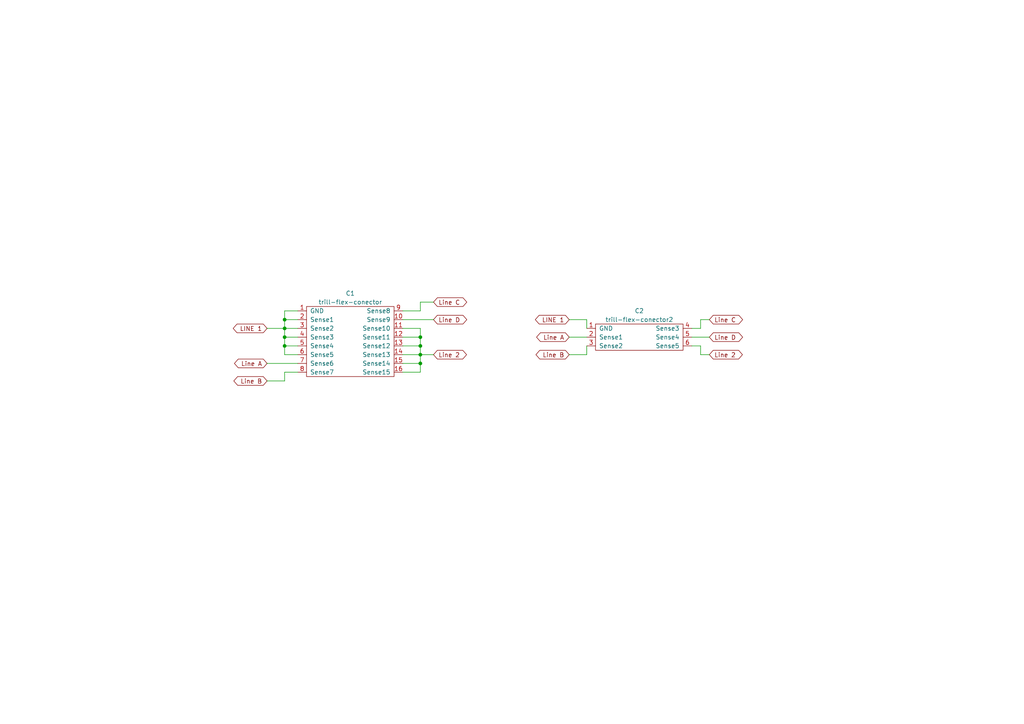
<source format=kicad_sch>
(kicad_sch (version 20230121) (generator eeschema)
  (paper "A4")
  (lib_symbols
    (symbol "trill-flex2:trill-flex-conector" (pin_names (offset 1.016))
      (property "Reference" "C" (at 0 0 0))
      (property "Value" "trill-flex-conector2" (at 0 2.54 0))
      (symbol "trill-flex-conector_0_1"
        (rectangle (start -12.7 -1.27) (end 12.7 -8.89))
      )
      (symbol "trill-flex-conector_1_1"
        (pin input line (at -15.24 -2.54 0) (length 2.54) (name "GND") (number "1"))
        (pin input line (at -15.24 -5.08 0) (length 2.54) (name "Sense1") (number "2"))
        (pin input line (at -15.24 -7.62 0) (length 2.54) (name "Sense2") (number "3"))
        (pin input line (at 15.24 -2.54 180) (length 2.54) (name "Sense3") (number "4"))
        (pin input line (at 15.24 -5.08 180) (length 2.54) (name "Sense4") (number "5"))
        (pin input line (at 15.24 -7.62 180) (length 2.54) (name "Sense5") (number "6"))
      )
    )
    (symbol "trill-flex:trill-flex-conector" (pin_names (offset 1.016))
      (property "Reference" "C" (at 0 0 0))
      (property "Value" "trill-flex-conector" (at 0 2.54 0))
      (symbol "trill-flex-conector_0_1"
        (rectangle (start -12.7 -1.27) (end 12.7 -21.59))
      )
      (symbol "trill-flex-conector_1_1"
        (pin input line (at -15.24 -2.54 0) (length 2.54) (name "GND") (number "1"))
        (pin input line (at 15.24 -5.08 180) (length 2.54) (name "Sense9") (number "10"))
        (pin input line (at 15.24 -7.62 180) (length 2.54) (name "Sense10") (number "11"))
        (pin input line (at 15.24 -10.16 180) (length 2.54) (name "Sense11") (number "12"))
        (pin input line (at 15.24 -12.7 180) (length 2.54) (name "Sense12") (number "13"))
        (pin input line (at 15.24 -15.24 180) (length 2.54) (name "Sense13") (number "14"))
        (pin input line (at 15.24 -17.78 180) (length 2.54) (name "Sense14") (number "15"))
        (pin input line (at 15.24 -20.32 180) (length 2.54) (name "Sense15") (number "16"))
        (pin input line (at -15.24 -5.08 0) (length 2.54) (name "Sense1") (number "2"))
        (pin input line (at -15.24 -7.62 0) (length 2.54) (name "Sense2") (number "3"))
        (pin input line (at -15.24 -10.16 0) (length 2.54) (name "Sense3") (number "4"))
        (pin input line (at -15.24 -12.7 0) (length 2.54) (name "Sense4") (number "5"))
        (pin input line (at -15.24 -15.24 0) (length 2.54) (name "Sense5") (number "6"))
        (pin input line (at -15.24 -17.78 0) (length 2.54) (name "Sense6") (number "7"))
        (pin input line (at -15.24 -20.32 0) (length 2.54) (name "Sense7") (number "8"))
        (pin input line (at 15.24 -2.54 180) (length 2.54) (name "Sense8") (number "9"))
      )
    )
  )
  (junction (at 121.92 100.33))
  (junction (at 121.92 105.41))
  (junction (at 121.92 102.87))
  (junction (at 82.55 100.33))
  (junction (at 82.55 95.25))
  (junction (at 121.92 97.79))
  (junction (at 82.55 97.79))
  (junction (at 82.55 92.71))
  (wire (pts (xy 82.55 100.33) (xy 82.55 97.79)))
  (wire (pts (xy 116.84 100.33) (xy 121.92 100.33)))
  (wire (pts (xy 121.92 100.33) (xy 121.92 102.87)))
  (wire (pts (xy 121.92 102.87) (xy 125.73 102.87)))
  (wire (pts (xy 77.47 105.41) (xy 86.36 105.41)))
  (wire (pts (xy 77.47 110.49) (xy 82.55 110.49)))
  (wire (pts (xy 82.55 90.17) (xy 86.36 90.17)))
  (wire (pts (xy 116.84 95.25) (xy 121.92 95.25)))
  (wire (pts (xy 205.74 102.87) (xy 203.2 102.87)))
  (wire (pts (xy 86.36 102.87) (xy 82.55 102.87)))
  (wire (pts (xy 203.2 95.25) (xy 200.66 95.25)))
  (wire (pts (xy 82.55 107.95) (xy 86.36 107.95)))
  (wire (pts (xy 82.55 102.87) (xy 82.55 100.33)))
  (wire (pts (xy 116.84 97.79) (xy 121.92 97.79)))
  (wire (pts (xy 203.2 102.87) (xy 203.2 100.33)))
  (wire (pts (xy 116.84 90.17) (xy 121.92 90.17)))
  (wire (pts (xy 203.2 92.71) (xy 203.2 95.25)))
  (wire (pts (xy 121.92 95.25) (xy 121.92 97.79)))
  (wire (pts (xy 116.84 92.71) (xy 125.73 92.71)))
  (wire (pts (xy 77.47 95.25) (xy 82.55 95.25)))
  (wire (pts (xy 205.74 92.71) (xy 203.2 92.71)))
  (wire (pts (xy 82.55 95.25) (xy 82.55 92.71)))
  (wire (pts (xy 82.55 97.79) (xy 82.55 95.25)))
  (wire (pts (xy 86.36 100.33) (xy 82.55 100.33)))
  (wire (pts (xy 116.84 107.95) (xy 121.92 107.95)))
  (wire (pts (xy 121.92 87.63) (xy 125.73 87.63)))
  (wire (pts (xy 116.84 102.87) (xy 121.92 102.87)))
  (wire (pts (xy 121.92 105.41) (xy 121.92 102.87)))
  (wire (pts (xy 121.92 90.17) (xy 121.92 87.63)))
  (wire (pts (xy 82.55 92.71) (xy 86.36 92.71)))
  (wire (pts (xy 82.55 95.25) (xy 86.36 95.25)))
  (wire (pts (xy 170.18 102.87) (xy 170.18 100.33)))
  (wire (pts (xy 200.66 97.79) (xy 205.74 97.79)))
  (wire (pts (xy 82.55 110.49) (xy 82.55 107.95)))
  (wire (pts (xy 121.92 107.95) (xy 121.92 105.41)))
  (wire (pts (xy 170.18 92.71) (xy 170.18 95.25)))
  (wire (pts (xy 86.36 97.79) (xy 82.55 97.79)))
  (wire (pts (xy 165.1 92.71) (xy 170.18 92.71)))
  (wire (pts (xy 203.2 100.33) (xy 200.66 100.33)))
  (wire (pts (xy 82.55 92.71) (xy 82.55 90.17)))
  (wire (pts (xy 121.92 97.79) (xy 121.92 100.33)))
  (wire (pts (xy 165.1 102.87) (xy 170.18 102.87)))
  (wire (pts (xy 116.84 105.41) (xy 121.92 105.41)))
  (wire (pts (xy 165.1 97.79) (xy 170.18 97.79)))
  (global_label "Line 2" (shape bidirectional) (at 125.73 102.87 0) (property "Intersheetrefs" "${INTERSHEET_REFS}" (effects hide)))
  (global_label "Line 2" (shape bidirectional) (at 205.74 102.87 0) (property "Intersheetrefs" "${INTERSHEET_REFS}" (effects hide)))
  (global_label "Line B" (shape bidirectional) (at 165.1 102.87 180) (property "Intersheetrefs" "${INTERSHEET_REFS}" (effects hide)))
  (global_label "Line D" (shape bidirectional) (at 205.74 97.79 0) (property "Intersheetrefs" "${INTERSHEET_REFS}" (effects hide)))
  (global_label "Line C" (shape bidirectional) (at 125.73 87.63 0) (property "Intersheetrefs" "${INTERSHEET_REFS}" (effects hide)))
  (global_label "Line C" (shape bidirectional) (at 205.74 92.71 0) (property "Intersheetrefs" "${INTERSHEET_REFS}" (effects hide)))
  (global_label "Line B" (shape bidirectional) (at 77.47 110.49 180) (property "Intersheetrefs" "${INTERSHEET_REFS}" (effects hide)))
  (global_label "Line A" (shape bidirectional) (at 77.47 105.41 180) (property "Intersheetrefs" "${INTERSHEET_REFS}" (effects hide)))
  (global_label "LINE 1" (shape bidirectional) (at 165.1 92.71 180) (property "Intersheetrefs" "${INTERSHEET_REFS}" (effects hide)))
  (global_label "Line A" (shape bidirectional) (at 165.1 97.79 180) (property "Intersheetrefs" "${INTERSHEET_REFS}" (effects hide)))
  (global_label "LINE 1" (shape bidirectional) (at 77.47 95.25 180) (property "Intersheetrefs" "${INTERSHEET_REFS}" (effects hide)))
  (global_label "Line D" (shape bidirectional) (at 125.73 92.71 0) (property "Intersheetrefs" "${INTERSHEET_REFS}" (effects hide)))
  (symbol (lib_id "trill-flex2:trill-flex-conector") (at 185.42 92.71 0) (unit 1)
    (property "Reference" "C2" (at 185.42 90.17 0))
    (property "Value" "trill-flex-conector2" (at 185.42 92.71 0))
    (property "Footprint" "trill-flex2:trill_flex_long2" (effects hide))
  )
  (symbol (lib_id "trill-flex:trill-flex-conector") (at 101.6 87.63 0) (unit 1)
    (property "Reference" "C1" (at 101.6 85.09 0))
    (property "Value" "trill-flex-conector" (at 101.6 87.63 0))
    (property "Footprint" "trill-flex:trill_flex_long" (effects hide))
  )
)
</source>
